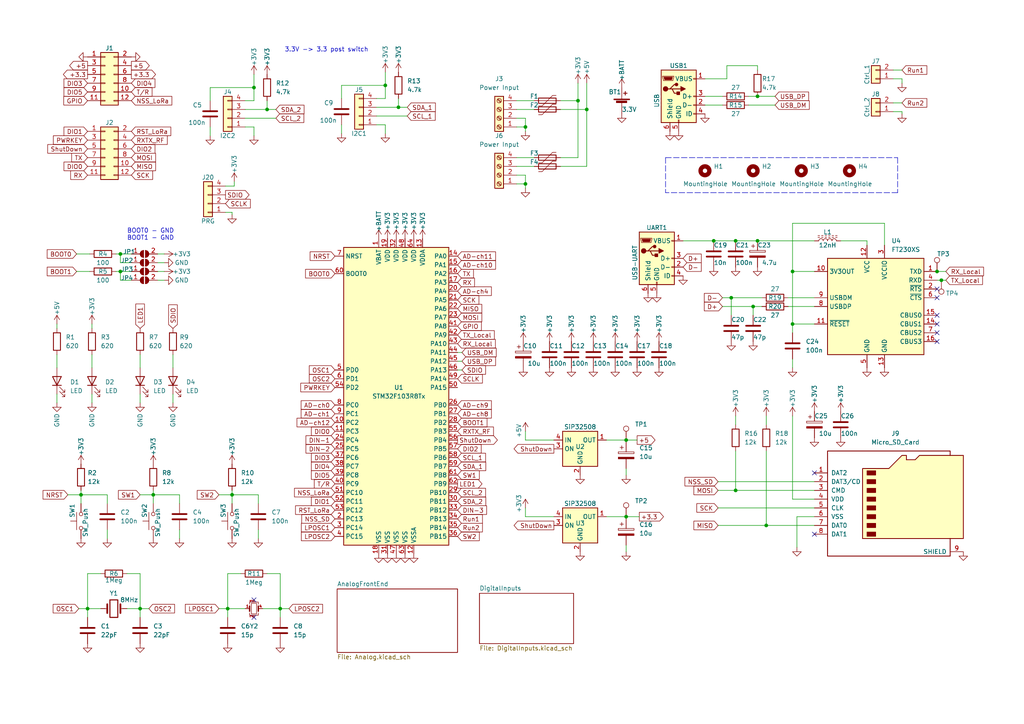
<source format=kicad_sch>
(kicad_sch (version 20211123) (generator eeschema)
  (paper "A4")
  (title_block (title "Main Board AtoN") (date "2022-02-16") (rev "1.0") (company "UBB") (comment 1 "Author: Krzysztof Herman"))
  (junction (at 170.18 31.75))
  (junction (at 229.87 78.74))
  (junction (at 219.71 27.94))
  (junction (at 25.4 176.53))
  (junction (at 44.45 143.51))
  (junction (at 73.66 25.4))
  (junction (at 222.25 152.4))
  (junction (at 229.87 93.98))
  (junction (at 111.76 24.765))
  (junction (at 40.64 176.53))
  (junction (at 81.28 176.53))
  (junction (at 66.04 176.53))
  (junction (at 23.495 143.51))
  (junction (at 181.61 149.86))
  (junction (at 77.47 31.75))
  (junction (at 219.71 69.85))
  (junction (at 167.64 29.21))
  (junction (at 152.4 36.83))
  (junction (at 67.31 143.51))
  (junction (at 34.925 78.74))
  (junction (at 212.09 86.36))
  (junction (at 207.01 69.85))
  (junction (at 181.61 127.635))
  (junction (at 273.0384 81.28))
  (junction (at 218.44 88.9))
  (junction (at 213.36 142.24))
  (junction (at 34.925 73.66))
  (junction (at 152.4 53.34))
  (junction (at 271.78 78.74))
  (junction (at 213.36 69.85))
  (junction (at 115.57 31.115))
  (no_connect (at 73.66 173.99))
  (no_connect (at 73.66 179.07))
  (no_connect (at 271.78 91.44))
  (no_connect (at 271.78 93.98))
  (no_connect (at 271.78 96.52))
  (no_connect (at 271.78 99.06))
  (no_connect (at 271.78 86.36))
  (no_connect (at 271.78 83.82))
  (no_connect (at 236.22 154.94))
  (no_connect (at 236.22 137.16))
  (wire (pts (xy 149.86 36.83) (xy 152.4 36.83)))
  (wire (pts (xy 19.685 143.51) (xy 23.495 143.51)))
  (wire (pts (xy 236.22 149.86) (xy 231.14 149.86)))
  (wire (pts (xy 181.61 149.86) (xy 185.42 149.86)))
  (wire (pts (xy 181.61 149.86) (xy 181.61 150.495)))
  (wire (pts (xy 36.83 176.53) (xy 40.64 176.53)))
  (wire (pts (xy 71.12 36.83) (xy 73.66 36.83)))
  (wire (pts (xy 31.115 146.05) (xy 31.115 143.51)))
  (wire (pts (xy 222.25 130.81) (xy 222.25 152.4)))
  (wire (pts (xy 40.64 176.53) (xy 40.64 179.07)))
  (wire (pts (xy 77.47 29.21) (xy 77.47 31.75)))
  (wire (pts (xy 162.56 48.26) (xy 170.18 48.26)))
  (wire (pts (xy 40.64 114.3) (xy 40.64 116.84)))
  (wire (pts (xy 261.62 32.385) (xy 261.62 33.02)))
  (wire (pts (xy 152.4 149.86) (xy 160.655 149.86)))
  (wire (pts (xy 45.72 78.74) (xy 47.625 78.74)))
  (wire (pts (xy 181.61 127.635) (xy 184.785 127.635)))
  (wire (pts (xy 132.715 102.235) (xy 133.985 102.235)))
  (wire (pts (xy 67.31 143.51) (xy 74.93 143.51)))
  (wire (pts (xy 170.18 31.75) (xy 170.18 24.13)))
  (wire (pts (xy 218.44 88.9) (xy 220.98 88.9)))
  (wire (pts (xy 34.925 73.66) (xy 34.925 76.2)))
  (wire (pts (xy 236.22 144.78) (xy 229.87 144.78)))
  (wire (pts (xy 74.93 153.67) (xy 74.93 156.21)))
  (wire (pts (xy 149.86 34.29) (xy 152.4 34.29)))
  (wire (pts (xy 99.06 24.765) (xy 99.06 28.575)))
  (wire (pts (xy 29.21 166.37) (xy 25.4 166.37)))
  (wire (pts (xy 81.28 166.37) (xy 81.28 176.53)))
  (wire (pts (xy 109.22 36.195) (xy 111.76 36.195)))
  (wire (pts (xy 175.895 127.635) (xy 181.61 127.635)))
  (wire (pts (xy 69.85 166.37) (xy 66.04 166.37)))
  (wire (pts (xy 65.405 53.975) (xy 67.945 53.975)))
  (wire (pts (xy 213.36 120.65) (xy 213.36 123.19)))
  (wire (pts (xy 152.4 53.34) (xy 152.4 54.61)))
  (wire (pts (xy 67.31 143.51) (xy 67.31 146.05)))
  (wire (pts (xy 228.6 88.9) (xy 236.22 88.9)))
  (wire (pts (xy 170.18 48.26) (xy 170.18 31.75)))
  (wire (pts (xy 217.17 27.94) (xy 219.71 27.94)))
  (wire (pts (xy 45.72 81.28) (xy 47.625 81.28)))
  (wire (pts (xy 60.96 25.4) (xy 60.96 29.21)))
  (wire (pts (xy 111.76 36.195) (xy 111.76 38.735)))
  (wire (pts (xy 50.165 114.3) (xy 50.165 116.84)))
  (wire (pts (xy 73.66 25.4) (xy 73.66 29.21)))
  (wire (pts (xy 109.22 28.575) (xy 111.76 28.575)))
  (wire (pts (xy 67.31 142.24) (xy 67.31 143.51)))
  (wire (pts (xy 44.45 143.51) (xy 52.07 143.51)))
  (wire (pts (xy 16.51 114.3) (xy 16.51 116.84)))
  (wire (pts (xy 229.87 64.77) (xy 229.87 78.74)))
  (wire (pts (xy 207.01 69.85) (xy 213.36 69.85)))
  (wire (pts (xy 152.4 34.29) (xy 152.4 36.83)))
  (polyline (pts (xy 260.35 55.88) (xy 193.04 55.88)))
  (wire (pts (xy 222.25 152.4) (xy 236.22 152.4)))
  (wire (pts (xy 73.66 21.59) (xy 73.66 25.4)))
  (wire (pts (xy 209.55 88.9) (xy 218.44 88.9)))
  (wire (pts (xy 167.64 29.21) (xy 167.64 24.13)))
  (wire (pts (xy 213.36 130.81) (xy 213.36 142.24)))
  (wire (pts (xy 44.45 142.24) (xy 44.45 143.51)))
  (wire (pts (xy 34.925 78.74) (xy 38.1 78.74)))
  (wire (pts (xy 26.67 114.3) (xy 26.67 116.84)))
  (wire (pts (xy 63.5 143.51) (xy 67.31 143.51)))
  (wire (pts (xy 50.165 102.87) (xy 50.165 106.68)))
  (wire (pts (xy 109.22 31.115) (xy 115.57 31.115)))
  (wire (pts (xy 16.51 93.98) (xy 16.51 95.25)))
  (wire (pts (xy 76.2 176.53) (xy 81.28 176.53)))
  (wire (pts (xy 40.64 166.37) (xy 40.64 176.53)))
  (wire (pts (xy 228.6 86.36) (xy 236.22 86.36)))
  (wire (pts (xy 181.61 158.115) (xy 181.61 160.02)))
  (wire (pts (xy 259.08 20.32) (xy 261.62 20.32)))
  (wire (pts (xy 219.71 69.85) (xy 236.22 69.85)))
  (wire (pts (xy 256.54 71.12) (xy 256.54 64.77)))
  (wire (pts (xy 52.07 146.05) (xy 52.07 143.51)))
  (wire (pts (xy 256.54 64.77) (xy 229.87 64.77)))
  (wire (pts (xy 204.47 22.86) (xy 210.82 22.86)))
  (wire (pts (xy 210.82 19.05) (xy 219.71 19.05)))
  (wire (pts (xy 77.47 31.75) (xy 80.01 31.75)))
  (wire (pts (xy 181.61 127.635) (xy 181.61 128.27)))
  (wire (pts (xy 149.86 48.26) (xy 154.94 48.26)))
  (wire (pts (xy 115.57 28.575) (xy 115.57 31.115)))
  (wire (pts (xy 26.67 102.87) (xy 26.67 106.68)))
  (wire (pts (xy 212.09 86.36) (xy 220.98 86.36)))
  (wire (pts (xy 204.47 27.94) (xy 209.55 27.94)))
  (wire (pts (xy 77.47 166.37) (xy 81.28 166.37)))
  (wire (pts (xy 22.86 176.53) (xy 25.4 176.53)))
  (wire (pts (xy 152.4 50.8) (xy 152.4 53.34)))
  (wire (pts (xy 261.62 22.86) (xy 261.62 24.13)))
  (wire (pts (xy 251.46 69.85) (xy 251.46 71.12)))
  (wire (pts (xy 217.17 30.48) (xy 224.79 30.48)))
  (wire (pts (xy 149.86 31.75) (xy 154.94 31.75)))
  (wire (pts (xy 31.115 153.67) (xy 31.115 156.21)))
  (wire (pts (xy 243.84 69.85) (xy 251.46 69.85)))
  (wire (pts (xy 132.715 107.315) (xy 133.985 107.315)))
  (wire (pts (xy 23.495 143.51) (xy 31.115 143.51)))
  (wire (pts (xy 34.925 76.2) (xy 38.1 76.2)))
  (wire (pts (xy 208.28 152.4) (xy 222.25 152.4)))
  (wire (pts (xy 33.655 73.66) (xy 34.925 73.66)))
  (wire (pts (xy 219.71 27.94) (xy 224.79 27.94)))
  (wire (pts (xy 67.31 61.595) (xy 67.31 62.23)))
  (wire (pts (xy 273.0384 81.28) (xy 271.78 81.28)))
  (wire (pts (xy 229.87 78.74) (xy 229.87 93.98)))
  (wire (pts (xy 26.67 93.98) (xy 26.67 95.25)))
  (wire (pts (xy 66.04 166.37) (xy 66.04 176.53)))
  (wire (pts (xy 34.925 78.74) (xy 34.925 81.28)))
  (wire (pts (xy 40.64 176.53) (xy 43.18 176.53)))
  (wire (pts (xy 212.09 91.44) (xy 212.09 86.36)))
  (wire (pts (xy 204.47 30.48) (xy 209.55 30.48)))
  (wire (pts (xy 71.12 34.29) (xy 80.01 34.29)))
  (wire (pts (xy 23.495 142.24) (xy 23.495 143.51)))
  (wire (pts (xy 81.28 176.53) (xy 81.28 179.07)))
  (wire (pts (xy 210.82 22.86) (xy 210.82 19.05)))
  (wire (pts (xy 25.4 166.37) (xy 25.4 176.53)))
  (wire (pts (xy 22.225 73.66) (xy 26.035 73.66)))
  (wire (pts (xy 40.64 102.87) (xy 40.64 106.68)))
  (wire (pts (xy 219.71 19.05) (xy 219.71 20.32)))
  (wire (pts (xy 34.925 73.66) (xy 38.1 73.66)))
  (wire (pts (xy 81.28 176.53) (xy 83.82 176.53)))
  (wire (pts (xy 22.225 78.74) (xy 26.035 78.74)))
  (wire (pts (xy 44.45 143.51) (xy 44.45 146.05)))
  (wire (pts (xy 111.76 20.955) (xy 111.76 24.765)))
  (wire (pts (xy 152.4 125.095) (xy 152.4 127.635)))
  (wire (pts (xy 152.4 147.32) (xy 152.4 149.86)))
  (wire (pts (xy 213.36 69.85) (xy 219.71 69.85)))
  (wire (pts (xy 71.12 176.53) (xy 66.04 176.53)))
  (wire (pts (xy 162.56 31.75) (xy 170.18 31.75)))
  (wire (pts (xy 229.87 104.14) (xy 229.87 106.68)))
  (wire (pts (xy 71.12 31.75) (xy 77.47 31.75)))
  (wire (pts (xy 115.57 31.115) (xy 118.11 31.115)))
  (polyline (pts (xy 260.35 45.72) (xy 260.35 55.88)))
  (wire (pts (xy 167.64 45.72) (xy 167.64 29.21)))
  (wire (pts (xy 60.96 39.37) (xy 60.96 36.83)))
  (wire (pts (xy 149.86 53.34) (xy 152.4 53.34)))
  (wire (pts (xy 231.14 149.86) (xy 231.14 158.75)))
  (polyline (pts (xy 193.04 45.72) (xy 260.35 45.72)))
  (polyline (pts (xy 193.04 45.72) (xy 193.04 55.88)))
  (wire (pts (xy 229.87 93.98) (xy 236.22 93.98)))
  (wire (pts (xy 208.28 139.7) (xy 236.22 139.7)))
  (wire (pts (xy 259.08 29.845) (xy 261.62 29.845)))
  (wire (pts (xy 149.86 50.8) (xy 152.4 50.8)))
  (wire (pts (xy 208.28 147.32) (xy 236.22 147.32)))
  (wire (pts (xy 73.66 36.83) (xy 73.66 39.37)))
  (wire (pts (xy 218.44 88.9) (xy 218.44 91.44)))
  (wire (pts (xy 99.06 38.735) (xy 99.06 36.195)))
  (wire (pts (xy 74.93 146.05) (xy 74.93 143.51)))
  (wire (pts (xy 149.86 29.21) (xy 154.94 29.21)))
  (wire (pts (xy 198.12 69.85) (xy 207.01 69.85)))
  (wire (pts (xy 222.25 120.65) (xy 222.25 123.19)))
  (wire (pts (xy 25.4 176.53) (xy 25.4 179.07)))
  (wire (pts (xy 16.51 102.87) (xy 16.51 106.68)))
  (wire (pts (xy 181.61 135.89) (xy 181.61 137.795)))
  (wire (pts (xy 149.86 45.72) (xy 154.94 45.72)))
  (wire (pts (xy 162.56 45.72) (xy 167.64 45.72)))
  (wire (pts (xy 274.32 78.74) (xy 271.78 78.74)))
  (wire (pts (xy 229.87 144.78) (xy 229.87 120.65)))
  (wire (pts (xy 162.56 29.21) (xy 167.64 29.21)))
  (wire (pts (xy 66.04 176.53) (xy 66.04 179.07)))
  (wire (pts (xy 209.55 86.36) (xy 212.09 86.36)))
  (wire (pts (xy 109.22 33.655) (xy 118.11 33.655)))
  (wire (pts (xy 45.72 73.66) (xy 47.625 73.66)))
  (wire (pts (xy 236.22 78.74) (xy 229.87 78.74)))
  (wire (pts (xy 23.495 143.51) (xy 23.495 146.05)))
  (wire (pts (xy 34.925 81.28) (xy 38.1 81.28)))
  (wire (pts (xy 67.945 53.975) (xy 67.945 52.705)))
  (wire (pts (xy 65.405 61.595) (xy 67.31 61.595)))
  (wire (pts (xy 259.08 32.385) (xy 261.62 32.385)))
  (wire (pts (xy 71.12 29.21) (xy 73.66 29.21)))
  (wire (pts (xy 33.655 78.74) (xy 34.925 78.74)))
  (wire (pts (xy 152.4 127.635) (xy 160.655 127.635)))
  (wire (pts (xy 229.87 93.98) (xy 229.87 96.52)))
  (wire (pts (xy 213.36 142.24) (xy 236.22 142.24)))
  (wire (pts (xy 99.06 24.765) (xy 111.76 24.765)))
  (wire (pts (xy 60.96 25.4) (xy 73.66 25.4)))
  (wire (pts (xy 111.76 24.765) (xy 111.76 28.575)))
  (wire (pts (xy 208.28 142.24) (xy 213.36 142.24)))
  (wire (pts (xy 175.895 149.86) (xy 181.61 149.86)))
  (wire (pts (xy 52.07 153.67) (xy 52.07 156.21)))
  (wire (pts (xy 45.72 76.2) (xy 47.625 76.2)))
  (wire (pts (xy 152.4 36.83) (xy 152.4 38.1)))
  (wire (pts (xy 36.83 166.37) (xy 40.64 166.37)))
  (wire (pts (xy 63.5 176.53) (xy 66.04 176.53)))
  (wire (pts (xy 259.08 22.86) (xy 261.62 22.86)))
  (wire (pts (xy 132.715 104.775) (xy 133.985 104.775)))
  (wire (pts (xy 40.64 143.51) (xy 44.45 143.51)))
  (wire (pts (xy 274.32 81.28) (xy 273.0384 81.28)))
  (wire (pts (xy 25.4 176.53) (xy 29.21 176.53)))
  (text "BOOT0 - GND\nBOOT1 - GND" (at 36.83 69.85 0) (effects (font (size 1.27 1.27)) (justify left bottom)))
  (text "3.3V -> 3.3 post switch" (at 82.55 15.24 0) (effects (font (size 1.27 1.27)) (justify left bottom)))
  (global_label "DIO5" (shape input) (at 97.155 137.795 180) (property "Intersheet References" "${INTERSHEET_REFS}" (effects hide)))
  (global_label "NSS_SD" (shape input) (at 97.155 150.495 180) (property "Intersheet References" "${INTERSHEET_REFS}" (effects hide)))
  (global_label "RX_Local" (shape input) (at 274.32 78.74 0) (property "Intersheet References" "${INTERSHEET_REFS}" (effects hide)))
  (global_label "RXTX_RF" (shape input) (at 38.1 40.64 0) (property "Intersheet References" "${INTERSHEET_REFS}" (effects hide)))
  (global_label "DIO1" (shape input) (at 97.155 145.415 180) (property "Intersheet References" "${INTERSHEET_REFS}" (effects hide)))
  (global_label "OSC2" (shape input) (at 43.18 176.53 0) (property "Intersheet References" "${INTERSHEET_REFS}" (effects hide)))
  (global_label "DIO4" (shape input) (at 97.155 135.255 180) (property "Intersheet References" "${INTERSHEET_REFS}" (effects hide)))
  (global_label "SCL_1" (shape input) (at 132.715 132.715 0) (property "Intersheet References" "${INTERSHEET_REFS}" (effects hide)))
  (global_label "LPOSC1" (shape input) (at 63.5 176.53 180) (property "Intersheet References" "${INTERSHEET_REFS}" (effects hide)))
  (global_label "Run1" (shape input) (at 132.715 150.495 0) (property "Intersheet References" "${INTERSHEET_REFS}" (effects hide)))
  (global_label "ShutDown" (shape output) (at 132.715 127.635 0) (property "Intersheet References" "${INTERSHEET_REFS}" (effects hide)))
  (global_label "NSS_LoRa" (shape input) (at 38.1 29.21 0) (property "Intersheet References" "${INTERSHEET_REFS}" (effects hide)))
  (global_label "DIO1" (shape input) (at 25.4 38.1 180) (property "Intersheet References" "${INTERSHEET_REFS}" (effects hide)))
  (global_label "SCK" (shape input) (at 38.1 50.8 0) (property "Intersheet References" "${INTERSHEET_REFS}" (effects hide)))
  (global_label "RX" (shape input) (at 132.715 81.915 0) (property "Intersheet References" "${INTERSHEET_REFS}" (effects hide)))
  (global_label "BOOT0" (shape input) (at 22.225 73.66 180) (property "Intersheet References" "${INTERSHEET_REFS}" (effects hide)))
  (global_label "AD-ch11" (shape input) (at 132.715 74.295 0) (property "Intersheet References" "${INTERSHEET_REFS}" (effects hide)))
  (global_label "LPOSC2" (shape input) (at 83.82 176.53 0) (property "Intersheet References" "${INTERSHEET_REFS}" (effects hide)))
  (global_label "USB_DP" (shape input) (at 133.985 104.775 0) (property "Intersheet References" "${INTERSHEET_REFS}" (effects hide)))
  (global_label "NRST" (shape input) (at 97.155 74.295 180) (property "Intersheet References" "${INTERSHEET_REFS}" (effects hide)))
  (global_label "BOOT1" (shape input) (at 132.715 122.555 0) (property "Intersheet References" "${INTERSHEET_REFS}" (effects hide)))
  (global_label "Run2" (shape input) (at 132.715 153.035 0) (property "Intersheet References" "${INTERSHEET_REFS}" (effects hide)))
  (global_label "+5" (shape output) (at 184.785 127.635 0) (property "Intersheet References" "${INTERSHEET_REFS}" (effects hide)))
  (global_label "SDIO" (shape input) (at 133.985 107.315 0) (property "Intersheet References" "${INTERSHEET_REFS}" (effects hide)))
  (global_label "Run2" (shape input) (at 261.62 29.845 0) (property "Intersheet References" "${INTERSHEET_REFS}" (effects hide)))
  (global_label "BOOT1" (shape input) (at 22.225 78.74 180) (property "Intersheet References" "${INTERSHEET_REFS}" (effects hide)))
  (global_label "NSS_SD" (shape input) (at 208.28 139.7 180) (property "Intersheet References" "${INTERSHEET_REFS}" (effects hide)))
  (global_label "SCK" (shape input) (at 208.28 147.32 180) (property "Intersheet References" "${INTERSHEET_REFS}" (effects hide)))
  (global_label "SCLK" (shape input) (at 65.405 59.055 0) (property "Intersheet References" "${INTERSHEET_REFS}" (effects hide)))
  (global_label "SDA_2" (shape input) (at 80.01 31.75 0) (property "Intersheet References" "${INTERSHEET_REFS}" (effects hide)))
  (global_label "DIO2" (shape input) (at 38.1 43.18 0) (property "Intersheet References" "${INTERSHEET_REFS}" (effects hide)))
  (global_label "USB_DP" (shape input) (at 224.79 27.94 0) (property "Intersheet References" "${INTERSHEET_REFS}" (effects hide)))
  (global_label "D-" (shape input) (at 209.55 86.36 180) (property "Intersheet References" "${INTERSHEET_REFS}" (effects hide)))
  (global_label "D+" (shape input) (at 198.12 74.93 0) (property "Intersheet References" "${INTERSHEET_REFS}" (effects hide)))
  (global_label "USB_DM" (shape input) (at 224.79 30.48 0) (property "Intersheet References" "${INTERSHEET_REFS}" (effects hide)))
  (global_label "AD-ch8" (shape input) (at 132.715 120.015 0) (property "Intersheet References" "${INTERSHEET_REFS}" (effects hide)))
  (global_label "DIO2" (shape input) (at 132.715 130.175 0) (property "Intersheet References" "${INTERSHEET_REFS}" (effects hide)))
  (global_label "AD-ch0" (shape input) (at 97.155 117.475 180) (property "Intersheet References" "${INTERSHEET_REFS}" (effects hide)))
  (global_label "PWRKEY" (shape input) (at 97.155 112.395 180) (property "Intersheet References" "${INTERSHEET_REFS}" (effects hide)))
  (global_label "LPOSC1" (shape input) (at 97.155 153.035 180) (property "Intersheet References" "${INTERSHEET_REFS}" (effects hide)))
  (global_label "LPOSC2" (shape input) (at 97.155 155.575 180) (property "Intersheet References" "${INTERSHEET_REFS}" (effects hide)))
  (global_label "DIO3" (shape input) (at 97.155 132.715 180) (property "Intersheet References" "${INTERSHEET_REFS}" (effects hide)))
  (global_label "DIN-1" (shape input) (at 97.155 127.635 180) (property "Intersheet References" "${INTERSHEET_REFS}" (effects hide)))
  (global_label "SCK" (shape input) (at 132.715 86.995 0) (property "Intersheet References" "${INTERSHEET_REFS}" (effects hide)))
  (global_label "MISO" (shape input) (at 132.715 89.535 0) (property "Intersheet References" "${INTERSHEET_REFS}" (effects hide)))
  (global_label "BOOT0" (shape input) (at 97.155 79.375 180) (property "Intersheet References" "${INTERSHEET_REFS}" (effects hide)))
  (global_label "AD-ch9" (shape input) (at 132.715 117.475 0) (property "Intersheet References" "${INTERSHEET_REFS}" (effects hide)))
  (global_label "NSS_LoRa" (shape input) (at 97.155 142.875 180) (property "Intersheet References" "${INTERSHEET_REFS}" (effects hide)))
  (global_label "DIO3" (shape input) (at 25.4 24.13 180) (property "Intersheet References" "${INTERSHEET_REFS}" (effects hide)))
  (global_label "MOSI" (shape input) (at 208.28 142.24 180) (property "Intersheet References" "${INTERSHEET_REFS}" (effects hide)))
  (global_label "RST_LoRa" (shape input) (at 97.155 147.955 180) (property "Intersheet References" "${INTERSHEET_REFS}" (effects hide)))
  (global_label "OSC1" (shape input) (at 22.86 176.53 180) (property "Intersheet References" "${INTERSHEET_REFS}" (effects hide)))
  (global_label "AD-ch1" (shape input) (at 97.155 120.015 180) (property "Intersheet References" "${INTERSHEET_REFS}" (effects hide)))
  (global_label "SCL_1" (shape input) (at 118.11 33.655 0) (property "Intersheet References" "${INTERSHEET_REFS}" (effects hide)))
  (global_label "DIO5" (shape input) (at 25.4 26.67 180) (property "Intersheet References" "${INTERSHEET_REFS}" (effects hide)))
  (global_label "T{slash}R" (shape input) (at 38.1 26.67 0) (property "Intersheet References" "${INTERSHEET_REFS}" (effects hide)))
  (global_label "+5" (shape output) (at 38.1 19.05 0) (property "Intersheet References" "${INTERSHEET_REFS}" (effects hide)))
  (global_label "D+" (shape input) (at 209.55 88.9 180) (property "Intersheet References" "${INTERSHEET_REFS}" (effects hide)))
  (global_label "DIN-2" (shape input) (at 97.155 130.175 180) (property "Intersheet References" "${INTERSHEET_REFS}" (effects hide)))
  (global_label "MOSI" (shape input) (at 132.715 92.075 0) (property "Intersheet References" "${INTERSHEET_REFS}" (effects hide)))
  (global_label "LED1" (shape input) (at 40.64 95.25 90) (property "Intersheet References" "${INTERSHEET_REFS}" (effects hide)))
  (global_label "SW1" (shape input) (at 132.715 137.795 0) (property "Intersheet References" "${INTERSHEET_REFS}" (effects hide)))
  (global_label "T{slash}R" (shape input) (at 97.155 140.335 180) (property "Intersheet References" "${INTERSHEET_REFS}" (effects hide)))
  (global_label "+5" (shape output) (at 25.4 19.05 180) (property "Intersheet References" "${INTERSHEET_REFS}" (effects hide)))
  (global_label "GPIO" (shape input) (at 132.715 94.615 0) (property "Intersheet References" "${INTERSHEET_REFS}" (effects hide)))
  (global_label "TX" (shape input) (at 132.715 79.375 0) (property "Intersheet References" "${INTERSHEET_REFS}" (effects hide)))
  (global_label "DIO0" (shape input) (at 97.155 125.095 180) (property "Intersheet References" "${INTERSHEET_REFS}" (effects hide)))
  (global_label "SCL_2" (shape input) (at 132.715 142.875 0) (property "Intersheet References" "${INTERSHEET_REFS}" (effects hide)))
  (global_label "SCLK" (shape input) (at 132.715 109.855 0) (property "Intersheet References" "${INTERSHEET_REFS}" (effects hide)))
  (global_label "AD-ch4" (shape input) (at 132.715 84.455 0) (property "Intersheet References" "${INTERSHEET_REFS}" (effects hide)))
  (global_label "SDA_2" (shape input) (at 132.715 145.415 0) (property "Intersheet References" "${INTERSHEET_REFS}" (effects hide)))
  (global_label "SW1" (shape input) (at 40.64 143.51 180) (property "Intersheet References" "${INTERSHEET_REFS}" (effects hide)))
  (global_label "PWRKEY" (shape input) (at 25.4 40.64 180) (property "Intersheet References" "${INTERSHEET_REFS}" (effects hide)))
  (global_label "SCL_2" (shape input) (at 80.01 34.29 0) (property "Intersheet References" "${INTERSHEET_REFS}" (effects hide)))
  (global_label "+3.3" (shape output) (at 185.42 149.86 0) (property "Intersheet References" "${INTERSHEET_REFS}" (effects hide)))
  (global_label "RXTX_RF" (shape input) (at 132.715 125.095 0) (property "Intersheet References" "${INTERSHEET_REFS}" (effects hide)))
  (global_label "+3.3" (shape output) (at 25.4 21.59 180) (property "Intersheet References" "${INTERSHEET_REFS}" (effects hide)))
  (global_label "GPIO" (shape input) (at 25.4 29.21 180) (property "Intersheet References" "${INTERSHEET_REFS}" (effects hide)))
  (global_label "SDIO" (shape output) (at 65.405 56.515 0) (property "Intersheet References" "${INTERSHEET_REFS}" (effects hide)))
  (global_label "SW2" (shape input) (at 63.5 143.51 180) (property "Intersheet References" "${INTERSHEET_REFS}" (effects hide)))
  (global_label "TX_Local" (shape input) (at 132.715 97.155 0) (property "Intersheet References" "${INTERSHEET_REFS}" (effects hide)))
  (global_label "MISO" (shape input) (at 38.1 48.26 0) (property "Intersheet References" "${INTERSHEET_REFS}" (effects hide)))
  (global_label "Run1" (shape input) (at 261.62 20.32 0) (property "Intersheet References" "${INTERSHEET_REFS}" (effects hide)))
  (global_label "SDA_1" (shape input) (at 132.715 135.255 0) (property "Intersheet References" "${INTERSHEET_REFS}" (effects hide)))
  (global_label "+3.3" (shape output) (at 38.1 21.59 0) (property "Intersheet References" "${INTERSHEET_REFS}" (effects hide)))
  (global_label "OSC2" (shape input) (at 97.155 109.855 180) (property "Intersheet References" "${INTERSHEET_REFS}" (effects hide)))
  (global_label "DIN-3" (shape input) (at 132.715 147.955 0) (property "Intersheet References" "${INTERSHEET_REFS}" (effects hide)))
  (global_label "SDA_1" (shape input) (at 118.11 31.115 0) (property "Intersheet References" "${INTERSHEET_REFS}" (effects hide)))
  (global_label "OSC1" (shape input) (at 97.155 107.315 180) (property "Intersheet References" "${INTERSHEET_REFS}" (effects hide)))
  (global_label "AD-ch10" (shape input) (at 132.715 76.835 0) (property "Intersheet References" "${INTERSHEET_REFS}" (effects hide)))
  (global_label "RX_Local" (shape input) (at 132.715 99.695 0) (property "Intersheet References" "${INTERSHEET_REFS}" (effects hide)))
  (global_label "SW2" (shape input) (at 132.715 155.575 0) (property "Intersheet References" "${INTERSHEET_REFS}" (effects hide)))
  (global_label "DIO4" (shape input) (at 38.1 24.13 0) (property "Intersheet References" "${INTERSHEET_REFS}" (effects hide)))
  (global_label "ShutDown" (shape input) (at 25.4 43.18 180) (property "Intersheet References" "${INTERSHEET_REFS}" (effects hide)))
  (global_label "RST_LoRa" (shape input) (at 38.1 38.1 0) (property "Intersheet References" "${INTERSHEET_REFS}" (effects hide)))
  (global_label "NRST" (shape input) (at 19.685 143.51 180) (property "Intersheet References" "${INTERSHEET_REFS}" (effects hide)))
  (global_label "RX" (shape input) (at 25.4 50.8 180) (property "Intersheet References" "${INTERSHEET_REFS}" (effects hide)))
  (global_label "USB_DM" (shape input) (at 133.985 102.235 0) (property "Intersheet References" "${INTERSHEET_REFS}" (effects hide)))
  (global_label "SDIO" (shape input) (at 50.165 95.25 90) (property "Intersheet References" "${INTERSHEET_REFS}" (effects hide)))
  (global_label "ShutDown" (shape output) (at 160.655 130.175 180) (property "Intersheet References" "${INTERSHEET_REFS}" (effects hide)))
  (global_label "ShutDown" (shape output) (at 160.655 152.4 180) (property "Intersheet References" "${INTERSHEET_REFS}" (effects hide)))
  (global_label "DIO0" (shape input) (at 25.4 48.26 180) (property "Intersheet References" "${INTERSHEET_REFS}" (effects hide)))
  (global_label "AD-ch12" (shape input) (at 97.155 122.555 180) (property "Intersheet References" "${INTERSHEET_REFS}" (effects hide)))
  (global_label "MISO" (shape input) (at 208.28 152.4 180) (property "Intersheet References" "${INTERSHEET_REFS}" (effects hide)))
  (global_label "MOSI" (shape input) (at 38.1 45.72 0) (property "Intersheet References" "${INTERSHEET_REFS}" (effects hide)))
  (global_label "LED1" (shape output) (at 132.715 140.335 0) (property "Intersheet References" "${INTERSHEET_REFS}" (effects hide)))
  (global_label "D-" (shape input) (at 198.12 77.47 0) (property "Intersheet References" "${INTERSHEET_REFS}" (effects hide)))
  (global_label "TX" (shape input) (at 25.4 45.72 180) (property "Intersheet References" "${INTERSHEET_REFS}" (effects hide)))
  (global_label "TX_Local" (shape input) (at 274.32 81.28 0) (property "Intersheet References" "${INTERSHEET_REFS}" (effects hide)))
  (symbol (lib_id "power:GND") (at 47.625 81.28 90) (unit 1)
    (property "Reference" "#PWR018" (effects hide))
    (property "Value" "GND" (at 52.705 81.28 90))
  )
  (symbol (lib_id "power:+3.3V") (at 120.015 69.215 0) (unit 1)
    (property "Reference" "#PWR042" (effects hide))
    (property "Value" "+3.3V" (at 120.015 64.135 90))
  )
  (symbol (lib_id "power:GND") (at 261.62 24.13 0) (unit 1)
    (property "Reference" "#PWR092" (effects hide))
    (property "Value" "GND" (effects hide))
  )
  (symbol (lib_id "power:+3.3V") (at 26.67 93.98 0) (unit 1)
    (property "Reference" "#PWR07" (effects hide))
    (property "Value" "+3.3V" (at 26.67 88.9 90))
  )
  (symbol (lib_id "Device:LED") (at 50.165 110.49 90) (unit 1)
    (property "Reference" "D4" (at 53.975 110.8074 90) (effects (justify right)))
    (property "Value" "LED" (at 53.975 113.3474 90) (effects (justify right)))
    (property "Footprint" "LED_SMD:LED_0805_2012Metric" (effects hide))
  )
  (symbol (lib_id "power:GND") (at 40.64 116.84 0) (unit 1)
    (property "Reference" "#PWR011" (effects hide))
    (property "Value" "GND" (at 40.64 121.92 90))
  )
  (symbol (lib_id "Device:C_Polarized") (at 219.71 73.66 0) (unit 1)
    (property "Reference" "C23" (at 219.71 71.12 0) (effects (justify left)))
    (property "Value" "4.7u" (at 220.98 76.2 0) (effects (justify left)))
    (property "Footprint" "Capacitor_SMD:CP_Elec_4x3" (effects hide))
  )
  (symbol (lib_id "power:+3.3V") (at 178.435 99.06 0) (unit 1)
    (property "Reference" "#PWR060" (effects hide))
    (property "Value" "+3.3V" (at 178.435 93.98 90))
  )
  (symbol (lib_id "Device:C") (at 74.93 149.86 0) (unit 1)
    (property "Reference" "C7" (at 78.74 148.5899 0) (effects (justify left)))
    (property "Value" "100n" (at 78.74 151.1299 0) (effects (justify left)))
    (property "Footprint" "Capacitor_SMD:C_0402_1005Metric" (effects hide))
  )
  (symbol (lib_id "power:GND") (at 60.96 39.37 0) (unit 1)
    (property "Reference" "#PWR021" (effects hide))
    (property "Value" "GND" (effects hide))
  )
  (symbol (lib_id "power:GND") (at 38.1 16.51 90) (unit 1)
    (property "Reference" "#PWR010" (effects hide))
    (property "Value" "GND" (effects hide))
  )
  (symbol (lib_id "power:+3.3V") (at 222.25 120.65 0) (unit 1)
    (property "Reference" "#PWR082" (effects hide))
    (property "Value" "+3.3V" (at 222.25 115.57 90))
  )
  (symbol (lib_id "Device:R") (at 29.845 78.74 90) (unit 1)
    (property "Reference" "R5" (at 29.845 78.74 90))
    (property "Value" "100" (at 29.845 81.28 90))
    (property "Footprint" "Resistor_SMD:R_0402_1005Metric" (effects hide))
  )
  (symbol (lib_id "power:GND") (at 114.935 160.655 0) (unit 1)
    (property "Reference" "#PWR038" (effects hide))
    (property "Value" "GND" (effects hide))
  )
  (symbol (lib_id "power:GND") (at 198.12 80.01 0) (unit 1)
    (property "Reference" "#PWR074" (effects hide))
    (property "Value" "GND" (effects hide))
  )
  (symbol (lib_id "power:+3.3V") (at 167.64 24.13 0) (unit 1)
    (property "Reference" "#PWR055" (effects hide))
    (property "Value" "+3.3V" (at 167.64 19.05 90))
  )
  (symbol (lib_id "power:GND") (at 151.765 106.68 0) (unit 1)
    (property "Reference" "#PWR047" (effects hide))
    (property "Value" "GND" (effects hide))
  )
  (symbol (lib_id "power:GND") (at 159.385 106.68 0) (unit 1)
    (property "Reference" "#PWR051" (effects hide))
    (property "Value" "GND" (effects hide))
  )
  (symbol (lib_id "Device:C") (at 218.44 95.25 0) (unit 1)
    (property "Reference" "C22" (at 218.44 92.71 0) (effects (justify left)))
    (property "Value" "47p" (at 218.44 97.79 0) (effects (justify left)))
    (property "Footprint" "Capacitor_SMD:C_0402_1005Metric" (effects hide))
  )
  (symbol (lib_id "Device:R") (at 224.79 86.36 90) (unit 1)
    (property "Reference" "R19" (at 224.79 86.36 90))
    (property "Value" "27" (at 224.79 83.82 90))
    (property "Footprint" "Resistor_SMD:R_0402_1005Metric" (effects hide))
  )
  (symbol (lib_id "power:+BATT") (at 180.34 25.4 0) (unit 1)
    (property "Reference" "#PWR062" (effects hide))
    (property "Value" "+BATT" (at 180.34 20.32 90))
  )
  (symbol (lib_id "power:+3.3V") (at 73.66 21.59 0) (unit 1)
    (property "Reference" "#PWR025" (effects hide))
    (property "Value" "+3.3V" (at 73.66 16.51 90))
  )
  (symbol (lib_id "power:GND") (at 67.31 62.23 0) (unit 1)
    (property "Reference" "#PWR0192" (effects hide))
    (property "Value" "GND" (effects hide))
  )
  (symbol (lib_id "power:+5V") (at 152.4 125.095 0) (unit 1)
    (property "Reference" "#PWR048" (effects hide))
    (property "Value" "+5V" (at 150.495 127 90) (effects (justify left)))
  )
  (symbol (lib_id "power:+3.3V") (at 243.84 119.38 0) (unit 1)
    (property "Reference" "#PWR088" (effects hide))
    (property "Value" "+3.3V" (at 243.84 114.3 90))
  )
  (symbol (lib_id "Connector:TestPoint") (at 181.61 127.635 0) (unit 1)
    (property "Reference" "TP1" (at 184.15 123.0629 0) (effects (justify left)))
    (property "Value" "TestPoint" (effects hide))
    (property "Footprint" "TestPoint:TestPoint_Pad_D1.0mm" (effects hide))
  )
  (symbol (lib_id "power:GND") (at 23.495 156.21 0) (unit 1)
    (property "Reference" "#PWR04" (effects hide))
    (property "Value" "GND" (effects hide))
  )
  (symbol (lib_id "power:+5V") (at 16.51 93.98 0) (unit 1)
    (property "Reference" "#PWR01" (effects hide))
    (property "Value" "+5V" (at 16.51 91.44 90) (effects (justify left)))
  )
  (symbol (lib_id "power:GND") (at 152.4 54.61 0) (unit 1)
    (property "Reference" "#PWR052" (effects hide))
    (property "Value" "GND" (effects hide))
  )
  (symbol (lib_id "power:GND") (at 66.04 186.69 0) (unit 1)
    (property "Reference" "#PWR022" (effects hide))
    (property "Value" "GND" (effects hide))
  )
  (symbol (lib_id "MCU_ST_STM32F1:STM32F103R8Tx") (at 114.935 114.935 0) (unit 1)
    (property "Reference" "U1" (at 114.3 112.395 0) (effects (justify left)))
    (property "Value" "STM32F103R8Tx" (at 107.95 114.935 0) (effects (justify left)))
    (property "Footprint" "Package_QFP:LQFP-64_10x10mm_P0.5mm" (effects hide))
    (property "Datasheet" "http://www.st.com/st-web-ui/static/active/en/resource/technical/document/datasheet/CD00161566.pdf" (effects hide))
  )
  (symbol (lib_id "power:GND") (at 180.34 33.02 0) (unit 1)
    (property "Reference" "#PWR063" (effects hide))
    (property "Value" "GND" (effects hide))
  )
  (symbol (lib_id "Device:C") (at 60.96 33.02 0) (unit 1)
    (property "Reference" "C5" (at 55.88 30.48 0) (effects (justify left)))
    (property "Value" "100n" (at 54.61 35.56 0) (effects (justify left)))
    (property "Footprint" "Capacitor_SMD:C_0402_1005Metric" (effects hide))
  )
  (symbol (lib_id "Device:C") (at 191.135 102.87 0) (unit 1)
    (property "Reference" "C18" (at 191.135 100.33 0) (effects (justify left)))
    (property "Value" "100n" (at 191.135 105.41 0) (effects (justify left)))
    (property "Footprint" "Capacitor_SMD:C_0402_1005Metric" (effects hide))
  )
  (symbol (lib_id "power:GND") (at 165.735 106.68 0) (unit 1)
    (property "Reference" "#PWR054" (effects hide))
    (property "Value" "GND" (effects hide))
  )
  (symbol (lib_id "power:GND") (at 196.85 38.1 0) (unit 1)
    (property "Reference" "#PWR073" (effects hide))
    (property "Value" "GND" (effects hide))
  )
  (symbol (lib_id "power:GND") (at 168.275 137.795 0) (unit 1)
    (property "Reference" "#PWR056" (effects hide))
    (property "Value" "GND" (effects hide))
  )
  (symbol (lib_id "power:GND") (at 111.76 38.735 0) (unit 1)
    (property "Reference" "#PWR034" (effects hide))
    (property "Value" "GND" (effects hide))
  )
  (symbol (lib_id "power:GND") (at 178.435 106.68 0) (unit 1)
    (property "Reference" "#PWR061" (effects hide))
    (property "Value" "GND" (effects hide))
  )
  (symbol (lib_id "Device:C") (at 52.07 149.86 0) (unit 1)
    (property "Reference" "C4" (at 55.88 148.5899 0) (effects (justify left)))
    (property "Value" "100n" (at 55.88 151.1299 0) (effects (justify left)))
    (property "Footprint" "Capacitor_SMD:C_0402_1005Metric" (effects hide))
  )
  (symbol (lib_id "Connector_Generic:Conn_02x06_Odd_Even") (at 30.48 43.18 0) (unit 1)
    (property "Reference" "J2" (at 31.75 35.56 0))
    (property "Value" "Conn_02x06_Odd_Even" (effects hide))
    (property "Footprint" "Connector_Molex:Molex_Picoflex_90814-0012_2x06_P1.27mm_Vertical" (effects hide))
  )
  (symbol (lib_id "power:GND") (at 44.45 156.21 0) (unit 1)
    (property "Reference" "#PWR014" (effects hide))
    (property "Value" "GND" (effects hide))
  )
  (symbol (lib_id "Jumper:SolderJumper_2_Open") (at 41.91 81.28 0) (unit 1)
    (property "Reference" "JP4" (at 36.83 80.645 0))
    (property "Value" "SolderJumper_2_Open" (effects hide))
    (property "Footprint" "Jumper:SolderJumper-2_P1.3mm_Open_Pad1.0x1.5mm" (effects hide))
  )
  (symbol (lib_id "Device:Crystal_GND23_Small") (at 73.66 176.53 0) (unit 1)
    (property "Reference" "Y2" (at 73.66 181.61 0))
    (property "Value" "Crystal_GND23_Small" (effects hide))
    (property "Footprint" "Crystal:Crystal_SMD_SeikoEpson_MC306-4Pin_8.0x3.2mm" (effects hide))
  )
  (symbol (lib_id "Device:R") (at 73.66 166.37 90) (unit 1)
    (property "Reference" "R11" (at 73.66 166.37 90))
    (property "Value" "1Meg" (at 73.66 168.91 90))
    (property "Footprint" "Resistor_SMD:R_0402_1005Metric" (effects hide))
  )
  (symbol (lib_id "Device:R") (at 16.51 99.06 0) (unit 1)
    (property "Reference" "R1" (at 19.05 97.7899 0) (effects (justify left)))
    (property "Value" "620" (at 19.05 100.3299 0) (effects (justify left)))
    (property "Footprint" "Resistor_SMD:R_0402_1005Metric" (effects hide))
  )
  (symbol (lib_id "power:GND") (at 181.61 160.02 0) (unit 1)
    (property "Reference" "#PWR065" (effects hide))
    (property "Value" "GND" (effects hide))
  )
  (symbol (lib_id "power:+5V") (at 170.18 24.13 0) (unit 1)
    (property "Reference" "#PWR0129" (effects hide))
    (property "Value" "+5V" (at 170.18 21.59 90) (effects (justify left)))
  )
  (symbol (lib_id "Device:R") (at 77.47 25.4 0) (unit 1)
    (property "Reference" "R12" (at 80.01 24.1299 0) (effects (justify left)))
    (property "Value" "4.7k" (at 80.01 26.6699 0) (effects (justify left)))
    (property "Footprint" "Resistor_SMD:R_0402_1005Metric" (effects hide))
  )
  (symbol (lib_id "power:GND") (at 194.31 38.1 0) (unit 1)
    (property "Reference" "#PWR072" (effects hide))
    (property "Value" "GND" (effects hide))
  )
  (symbol (lib_id "power:GND") (at 229.87 106.68 0) (unit 1)
    (property "Reference" "#PWR083" (effects hide))
    (property "Value" "GND" (effects hide))
  )
  (symbol (lib_id "Connector_Generic:Conn_02x06_Odd_Even") (at 30.48 21.59 0) (unit 1)
    (property "Reference" "J1" (at 31.75 13.97 0))
    (property "Value" "Conn_02x06_Odd_Even" (effects hide))
    (property "Footprint" "Connector_Molex:Molex_Picoflex_90814-0012_2x06_P1.27mm_Vertical" (effects hide))
  )
  (symbol (lib_id "Device:LED") (at 26.67 110.49 90) (unit 1)
    (property "Reference" "D2" (at 30.48 110.8074 90) (effects (justify right)))
    (property "Value" "LED" (at 30.48 113.3474 90) (effects (justify right)))
    (property "Footprint" "Diode_SMD:D_0805_2012Metric" (effects hide))
  )
  (symbol (lib_id "Device:C_Polarized") (at 151.765 102.87 0) (unit 1)
    (property "Reference" "C10" (at 151.765 100.33 0) (effects (justify left)))
    (property "Value" "10u" (at 153.035 105.41 0) (effects (justify left)))
    (property "Footprint" "Capacitor_SMD:CP_Elec_6.3x4.5" (effects hide))
  )
  (symbol (lib_id "power:GND") (at 168.275 160.02 0) (unit 1)
    (property "Reference" "#PWR057" (effects hide))
    (property "Value" "GND" (effects hide))
  )
  (symbol (lib_id "Device:R") (at 40.64 99.06 0) (unit 1)
    (property "Reference" "R7" (at 43.18 97.7899 0) (effects (justify left)))
    (property "Value" "620" (at 43.18 100.3299 0) (effects (justify left)))
    (property "Footprint" "Resistor_SMD:R_0402_1005Metric" (effects hide))
  )
  (symbol (lib_id "Device:C") (at 243.84 123.19 0) (unit 1)
    (property "Reference" "C26" (at 243.84 120.65 0) (effects (justify left)))
    (property "Value" "100n" (at 243.84 125.73 0) (effects (justify left)))
    (property "Footprint" "Capacitor_SMD:C_0402_1005Metric" (effects hide))
  )
  (symbol (lib_id "power:GND") (at 26.67 116.84 0) (unit 1)
    (property "Reference" "#PWR08" (effects hide))
    (property "Value" "GND" (at 26.67 121.92 90))
  )
  (symbol (lib_id "Device:Battery_Cell") (at 180.34 30.48 0) (unit 1)
    (property "Reference" "BT1" (at 176.53 26.67 0) (effects (justify left)))
    (property "Value" "3.3V" (at 180.34 31.75 0) (effects (justify left)))
    (property "Footprint" "Battery:BatteryHolder_Keystone_103_1x20mm" (effects hide))
  )
  (symbol (lib_id "Mechanical:MountingHole") (at 218.44 49.53 0) (unit 1)
    (property "Reference" "H2" (at 220.98 48.2599 0) (effects (justify left)))
    (property "Value" "MountingHole" (at 212.09 53.34 0) (effects (justify left)))
    (property "Footprint" "MountingHole:MountingHole_2.5mm" (effects hide))
  )
  (symbol (lib_id "Device:R") (at 26.67 99.06 0) (unit 1)
    (property "Reference" "R3" (at 29.21 97.7899 0) (effects (justify left)))
    (property "Value" "620" (at 29.21 100.3299 0) (effects (justify left)))
    (property "Footprint" "Resistor_SMD:R_0402_1005Metric" (effects hide))
  )
  (symbol (lib_id "Device:C") (at 165.735 102.87 0) (unit 1)
    (property "Reference" "C12" (at 165.735 100.33 0) (effects (justify left)))
    (property "Value" "100n" (at 165.735 105.41 0) (effects (justify left)))
    (property "Footprint" "Capacitor_SMD:C_0402_1005Metric" (effects hide))
  )
  (symbol (lib_id "Connector:Micro_SD_Card") (at 259.08 144.78 0) (unit 1)
    (property "Reference" "J9" (at 259.715 125.73 0))
    (property "Value" "Micro_SD_Card" (at 259.715 128.27 0))
    (property "Footprint" "Connector_Card:microSD_HC_Wuerth_693072010801" (effects hide))
    (property "Datasheet" "http://katalog.we-online.de/em/datasheet/693072010801.pdf" (effects hide))
  )
  (symbol (lib_id "power:+3.3V") (at 213.36 120.65 0) (unit 1)
    (property "Reference" "#PWR079" (effects hide))
    (property "Value" "+3.3V" (at 213.36 115.57 90))
  )
  (symbol (lib_id "power:GND") (at 99.06 38.735 0) (unit 1)
    (property "Reference" "#PWR030" (effects hide))
    (property "Value" "GND" (effects hide))
  )
  (symbol (lib_id "Jumper:SolderJumper_2_Open") (at 41.91 78.74 0) (unit 1)
    (property "Reference" "JP3" (at 36.83 78.105 0))
    (property "Value" "SolderJumper_2_Open" (effects hide))
    (property "Footprint" "Jumper:SolderJumper-2_P1.3mm_Open_Pad1.0x1.5mm" (effects hide))
  )
  (symbol (lib_id "Device:C_Polarized") (at 181.61 132.08 0) (unit 1)
    (property "Reference" "C15" (at 185.42 129.9209 0) (effects (justify left)))
    (property "Value" "10u" (at 185.42 132.4609 0) (effects (justify left)))
    (property "Footprint" "Capacitor_SMD:CP_Elec_6.3x4.5" (effects hide))
  )
  (symbol (lib_id "power:GND") (at 117.475 160.655 0) (unit 1)
    (property "Reference" "#PWR041" (effects hide))
    (property "Value" "GND" (effects hide))
  )
  (symbol (lib_id "power:GND") (at 279.4 160.02 0) (unit 1)
    (property "Reference" "#PWR094" (effects hide))
    (property "Value" "GND" (effects hide))
  )
  (symbol (lib_id "Power_Management:SiP32431DR3") (at 168.275 130.175 0) (unit 1)
    (property "Reference" "U2" (at 168.275 129.54 0))
    (property "Value" "SiP32508" (at 168.275 123.825 0))
    (property "Footprint" "Package_TO_SOT_SMD:SOT-23-6" (effects hide))
    (property "Datasheet" "http://www.vishay.com.hk/docs/66597/sip32431.pdf" (effects hide))
  )
  (symbol (lib_id "power:+3.3V") (at 184.785 99.06 0) (unit 1)
    (property "Reference" "#PWR066" (effects hide))
    (property "Value" "+3.3V" (at 184.785 93.98 90))
  )
  (symbol (lib_id "power:GND") (at 212.09 99.06 0) (unit 1)
    (property "Reference" "#PWR077" (effects hide))
    (property "Value" "GND" (effects hide))
  )
  (symbol (lib_id "power:+3.3V") (at 44.45 134.62 0) (unit 1)
    (property "Reference" "#PWR013" (effects hide))
    (property "Value" "+3.3V" (at 44.45 129.54 90))
  )
  (symbol (lib_id "power:GND") (at 261.62 33.02 0) (unit 1)
    (property "Reference" "#PWR093" (effects hide))
    (property "Value" "GND" (effects hide))
  )
  (symbol (lib_id "power:+3.3V") (at 47.625 78.74 270) (unit 1)
    (property "Reference" "#PWR017" (effects hide))
    (property "Value" "+3.3V" (at 52.705 78.74 90))
  )
  (symbol (lib_id "Device:C") (at 25.4 182.88 0) (unit 1)
    (property "Reference" "C1" (at 29.21 181.6099 0) (effects (justify left)))
    (property "Value" "22pF" (at 29.21 184.1499 0) (effects (justify left)))
    (property "Footprint" "Capacitor_SMD:C_0402_1005Metric" (effects hide))
  )
  (symbol (lib_id "power:+3.3V") (at 47.625 73.66 270) (unit 1)
    (property "Reference" "#PWR015" (effects hide))
    (property "Value" "+3.3V" (at 52.705 73.66 90))
  )
  (symbol (lib_id "Device:C") (at 172.085 102.87 0) (unit 1)
    (property "Reference" "C13" (at 172.085 100.33 0) (effects (justify left)))
    (property "Value" "100n" (at 172.085 105.41 0) (effects (justify left)))
    (property "Footprint" "Capacitor_SMD:C_0402_1005Metric" (effects hide))
  )
  (symbol (lib_id "power:+3.3V") (at 159.385 99.06 0) (unit 1)
    (property "Reference" "#PWR050" (effects hide))
    (property "Value" "+3.3V" (at 159.385 93.98 90))
  )
  (symbol (lib_id "Device:C") (at 40.64 182.88 0) (unit 1)
    (property "Reference" "C3" (at 44.45 181.6099 0) (effects (justify left)))
    (property "Value" "22pF" (at 44.45 184.1499 0) (effects (justify left)))
    (property "Footprint" "Capacitor_SMD:C_0402_1005Metric" (effects hide))
  )
  (symbol (lib_id "power:GND") (at 40.64 186.69 0) (unit 1)
    (property "Reference" "#PWR012" (effects hide))
    (property "Value" "GND" (effects hide))
  )
  (symbol (lib_id "Connector_Generic:Conn_01x04") (at 66.04 34.29 180) (unit 1)
    (property "Reference" "J4" (at 66.04 26.67 0))
    (property "Value" "I2C2" (at 66.04 39.37 0))
    (property "Footprint" "Connector_PinHeader_2.54mm:PinHeader_1x04_P2.54mm_Vertical" (effects hide))
  )
  (symbol (lib_id "power:GND") (at 50.165 116.84 0) (unit 1)
    (property "Reference" "#PWR019" (effects hide))
    (property "Value" "GND" (at 50.165 121.92 90))
  )
  (symbol (lib_id "Connector:USB_B_Micro") (at 190.5 74.93 0) (unit 1)
    (property "Reference" "UART1" (at 190.5 66.04 0))
    (property "Value" "USB-UART" (at 184.15 76.2 90))
    (property "Footprint" "Connector_USB:USB_Micro-AB_Molex_47590-0001" (effects hide))
  )
  (symbol (lib_id "power:GND") (at 67.31 156.21 0) (unit 1)
    (property "Reference" "#PWR024" (effects hide))
    (property "Value" "GND" (effects hide))
  )
  (symbol (lib_id "power:GND") (at 236.22 127 0) (unit 1)
    (property "Reference" "#PWR087" (effects hide))
    (property "Value" "GND" (effects hide))
  )
  (symbol (lib_id "Connector:Screw_Terminal_01x04") (at 144.78 50.8 180) (unit 1)
    (property "Reference" "J6" (at 144.78 39.37 0))
    (property "Value" "Power Input" (at 144.78 41.91 0))
    (property "Footprint" "TerminalBlock_4Ucon:TerminalBlock_4Ucon_1x04_P3.50mm_Horizontal" (effects hide))
  )
  (symbol (lib_id "Device:R") (at 222.25 127 0) (unit 1)
    (property "Reference" "R18" (at 224.79 125.7299 0) (effects (justify left)))
    (property "Value" "12k" (at 224.79 128.2699 0) (effects (justify left)))
    (property "Footprint" "Resistor_SMD:R_0402_1005Metric" (effects hide))
  )
  (symbol (lib_id "Device:Polyfuse") (at 158.75 29.21 90) (unit 1)
    (property "Reference" "F1" (at 154.94 27.94 90))
    (property "Value" "Polyfuse" (effects hide))
    (property "Footprint" "Fuse:Fuse_1812_4532Metric_Pad1.30x3.40mm_HandSolder" (effects hide))
  )
  (symbol (lib_id "power:GND") (at 172.085 106.68 0) (unit 1)
    (property "Reference" "#PWR059" (effects hide))
    (property "Value" "GND" (effects hide))
  )
  (symbol (lib_id "power:+3.3V") (at 114.935 69.215 0) (unit 1)
    (property "Reference" "#PWR037" (effects hide))
    (property "Value" "+3.3V" (at 114.935 64.135 90))
  )
  (symbol (lib_id "Device:R") (at 33.02 166.37 90) (unit 1)
    (property "Reference" "R6" (at 33.02 166.37 90))
    (property "Value" "1Meg" (at 33.02 168.275 90))
    (property "Footprint" "Resistor_SMD:R_0402_1005Metric" (effects hide))
  )
  (symbol (lib_id "Switch:SW_Push") (at 67.31 151.13 90) (unit 1)
    (property "Reference" "SW3" (at 64.77 146.05 0) (effects (justify right)))
    (property "Value" "SW_Push" (at 68.58 147.32 0) (effects (justify right)))
    (property "Footprint" "Button_Switch_SMD:SW_DIP_SPSTx01_Slide_6.7x4.1mm_W8.61mm_P2.54mm_LowProfile" (effects hide))
  )
  (symbol (lib_id "Connector:TestPoint") (at 273.0384 81.28 180) (unit 1)
    (property "Reference" "TP4" (at 274.32 85.09 0) (effects (justify right)))
    (property "Value" "TestPoint" (effects hide))
    (property "Footprint" "TestPoint:TestPoint_Pad_D1.0mm" (effects hide))
  )
  (symbol (lib_id "Connector:TestPoint") (at 271.78 78.74 0) (unit 1)
    (property "Reference" "TP3" (at 271.78 73.66 0) (effects (justify left)))
    (property "Value" "TestPoint" (effects hide))
    (property "Footprint" "TestPoint:TestPoint_Pad_D1.0mm" (effects hide))
  )
  (symbol (lib_id "Device:L_Ferrite") (at 240.03 69.85 90) (unit 1)
    (property "Reference" "L1" (at 240.03 67.31 90))
    (property "Value" "12nH" (at 240.03 71.12 90))
    (property "Footprint" "Resistor_SMD:R_0402_1005Metric" (effects hide))
  )
  (symbol (lib_id "power:+3.3V") (at 122.555 69.215 0) (unit 1)
    (property "Reference" "#PWR044" (effects hide))
    (property "Value" "+3.3V" (at 122.555 64.135 90))
  )
  (symbol (lib_id "Device:C") (at 99.06 32.385 0) (unit 1)
    (property "Reference" "C9" (at 93.98 29.845 0) (effects (justify left)))
    (property "Value" "100n" (at 92.71 34.925 0) (effects (justify left)))
    (property "Footprint" "Capacitor_SMD:C_0402_1005Metric" (effects hide))
  )
  (symbol (lib_id "Device:Polyfuse") (at 158.75 31.75 90) (unit 1)
    (property "Reference" "F2" (at 154.94 30.48 90))
    (property "Value" "Polyfuse" (effects hide))
    (property "Footprint" "Fuse:Fuse_1812_4532Metric_Pad1.30x3.40mm_HandSolder" (effects hide))
  )
  (symbol (lib_id "Device:C") (at 31.115 149.86 0) (unit 1)
    (property "Reference" "C2" (at 34.925 148.5899 0) (effects (justify left)))
    (property "Value" "100n" (at 34.925 151.1299 0) (effects (justify left)))
    (property "Footprint" "Capacitor_SMD:C_0402_1005Metric" (effects hide))
  )
  (symbol (lib_id "power:GND") (at 207.01 77.47 0) (unit 1)
    (property "Reference" "#PWR076" (effects hide))
    (property "Value" "GND" (effects hide))
  )
  (symbol (lib_id "Power_Management:SiP32431DR3") (at 168.275 152.4 0) (unit 1)
    (property "Reference" "U3" (at 168.275 151.765 0))
    (property "Value" "SiP32508" (at 168.275 146.05 0))
    (property "Footprint" "Package_TO_SOT_SMD:SOT-23-6" (effects hide))
    (property "Datasheet" "http://www.vishay.com.hk/docs/66597/sip32431.pdf" (effects hide))
  )
  (symbol (lib_id "Device:C_Polarized") (at 181.61 154.305 0) (unit 1)
    (property "Reference" "C16" (at 185.42 152.1459 0) (effects (justify left)))
    (property "Value" "10u" (at 185.42 154.6859 0) (effects (justify left)))
    (property "Footprint" "Capacitor_SMD:CP_Elec_6.3x4.5" (effects hide))
  )
  (symbol (lib_id "Device:R") (at 213.36 27.94 90) (unit 1)
    (property "Reference" "R14" (at 213.36 27.94 90))
    (property "Value" "27" (at 213.36 25.4 90))
    (property "Footprint" "Resistor_SMD:R_0402_1005Metric" (effects hide))
  )
  (symbol (lib_id "power:GND") (at 25.4 16.51 270) (unit 1)
    (property "Reference" "#PWR05" (effects hide))
    (property "Value" "GND" (effects hide))
  )
  (symbol (lib_id "power:GND") (at 16.51 116.84 0) (unit 1)
    (property "Reference" "#PWR02" (effects hide))
    (property "Value" "GND" (at 16.51 121.92 90))
  )
  (symbol (lib_id "Device:R") (at 219.71 24.13 0) (unit 1)
    (property "Reference" "R17" (at 220.98 22.86 0) (effects (justify left)))
    (property "Value" "4.7k" (at 220.98 25.4 0) (effects (justify left)))
    (property "Footprint" "Resistor_SMD:R_0402_1005Metric" (effects hide))
  )
  (symbol (lib_id "power:GND") (at 112.395 160.655 0) (unit 1)
    (property "Reference" "#PWR036" (effects hide))
    (property "Value" "GND" (effects hide))
  )
  (symbol (lib_id "power:GND") (at 52.07 156.21 0) (unit 1)
    (property "Reference" "#PWR020" (effects hide))
    (property "Value" "GND" (effects hide))
  )
  (symbol (lib_id "Jumper:SolderJumper_2_Open") (at 41.91 76.2 0) (unit 1)
    (property "Reference" "JP2" (at 36.83 75.565 0))
    (property "Value" "SolderJumper_2_Open" (effects hide))
    (property "Footprint" "Jumper:SolderJumper-2_P1.3mm_Open_Pad1.0x1.5mm" (effects hide))
  )
  (symbol (lib_id "Mechanical:MountingHole") (at 232.41 49.53 0) (unit 1)
    (property "Reference" "H3" (at 234.95 48.2599 0) (effects (justify left)))
    (property "Value" "MountingHole" (at 226.06 53.34 0) (effects (justify left)))
    (property "Footprint" "MountingHole:MountingHole_2.5mm" (effects hide))
  )
  (symbol (lib_id "Device:R") (at 224.79 88.9 90) (unit 1)
    (property "Reference" "R20" (at 224.79 88.9 90))
    (property "Value" "27" (at 224.79 91.44 90))
    (property "Footprint" "Resistor_SMD:R_0402_1005Metric" (effects hide))
  )
  (symbol (lib_id "Switch:SW_Push") (at 23.495 151.13 90) (unit 1)
    (property "Reference" "SW1" (at 20.955 146.05 0) (effects (justify right)))
    (property "Value" "SW_Push" (at 24.765 147.32 0) (effects (justify right)))
    (property "Footprint" "Button_Switch_SMD:SW_DIP_SPSTx01_Slide_6.7x4.1mm_W8.61mm_P2.54mm_LowProfile" (effects hide))
  )
  (symbol (lib_id "power:GND") (at 243.84 127 0) (unit 1)
    (property "Reference" "#PWR089" (effects hide))
    (property "Value" "GND" (effects hide))
  )
  (symbol (lib_id "Connector:TestPoint") (at 181.61 149.86 0) (unit 1)
    (property "Reference" "TP2" (at 184.15 145.2879 0) (effects (justify left)))
    (property "Value" "TestPoint" (effects hide))
    (property "Footprint" "TestPoint:TestPoint_Pad_D1.0mm" (effects hide))
  )
  (symbol (lib_id "Device:C") (at 178.435 102.87 0) (unit 1)
    (property "Reference" "C14" (at 178.435 100.33 0) (effects (justify left)))
    (property "Value" "100n" (at 178.435 105.41 0) (effects (justify left)))
    (property "Footprint" "Capacitor_SMD:C_0402_1005Metric" (effects hide))
  )
  (symbol (lib_id "Interface_USB:FT230XS") (at 254 88.9 0) (unit 1)
    (property "Reference" "U4" (at 258.5594 69.85 0) (effects (justify left)))
    (property "Value" "FT230XS" (at 258.5594 72.39 0) (effects (justify left)))
    (property "Footprint" "Package_SO:SSOP-16_3.9x4.9mm_P0.635mm" (effects hide))
    (property "Datasheet" "https://www.ftdichip.com/Support/Documents/DataSheets/ICs/DS_FT230X.pdf" (effects hide))
  )
  (symbol (lib_id "power:GND") (at 204.47 33.02 0) (unit 1)
    (property "Reference" "#PWR075" (effects hide))
    (property "Value" "GND" (effects hide))
  )
  (symbol (lib_id "Device:R") (at 213.36 127 0) (unit 1)
    (property "Reference" "R16" (at 215.9 125.7299 0) (effects (justify left)))
    (property "Value" "12k" (at 215.9 128.2699 0) (effects (justify left)))
    (property "Footprint" "Resistor_SMD:R_0402_1005Metric" (effects hide))
  )
  (symbol (lib_id "Connector_Generic:Conn_01x04") (at 60.325 59.055 180) (unit 1)
    (property "Reference" "J20" (at 60.325 51.435 0))
    (property "Value" "PRG" (at 60.325 64.135 0))
    (property "Footprint" "Connector_PinHeader_2.54mm:PinHeader_1x04_P2.54mm_Vertical" (effects hide))
  )
  (symbol (lib_id "Mechanical:MountingHole") (at 204.47 49.53 0) (unit 1)
    (property "Reference" "H1" (at 207.01 48.2599 0) (effects (justify left)))
    (property "Value" "MountingHole" (at 198.12 53.34 0) (effects (justify left)))
    (property "Footprint" "MountingHole:MountingHole_2.5mm" (effects hide))
  )
  (symbol (lib_id "Switch:SW_Push") (at 44.45 151.13 90) (unit 1)
    (property "Reference" "SW2" (at 41.91 146.05 0) (effects (justify right)))
    (property "Value" "SW_Push" (at 45.72 147.32 0) (effects (justify right)))
    (property "Footprint" "Button_Switch_SMD:SW_DIP_SPSTx01_Slide_6.7x4.1mm_W8.61mm_P2.54mm_LowProfile" (effects hide))
  )
  (symbol (lib_id "Connector_Generic:Conn_01x04") (at 104.14 33.655 180) (unit 1)
    (property "Reference" "J5" (at 104.14 26.035 0))
    (property "Value" "I2C1" (at 104.14 38.735 0))
    (property "Footprint" "Connector_PinHeader_2.54mm:PinHeader_1x04_P2.54mm_Vertical" (effects hide))
  )
  (symbol (lib_id "Device:C") (at 184.785 102.87 0) (unit 1)
    (property "Reference" "C17" (at 184.785 100.33 0) (effects (justify left)))
    (property "Value" "100n" (at 184.785 105.41 0) (effects (justify left)))
    (property "Footprint" "Capacitor_SMD:C_0402_1005Metric" (effects hide))
  )
  (symbol (lib_id "Connector:USB_B_Micro") (at 196.85 27.94 0) (unit 1)
    (property "Reference" "USB1" (at 196.85 19.05 0))
    (property "Value" "USB" (at 190.5 29.21 90))
    (property "Footprint" "Connector_USB:USB_Micro-AB_Molex_47590-0001" (effects hide))
  )
  (symbol (lib_id "power:GND") (at 73.66 39.37 0) (unit 1)
    (property "Reference" "#PWR026" (effects hide))
    (property "Value" "GND" (effects hide))
  )
  (symbol (lib_id "power:GND") (at 251.46 106.68 0) (unit 1)
    (property "Reference" "#PWR090" (effects hide))
    (property "Value" "GND" (effects hide))
  )
  (symbol (lib_id "Device:Crystal") (at 33.02 176.53 0) (unit 1)
    (property "Reference" "Y1" (at 33.02 172.085 0))
    (property "Value" "8MHz" (at 37.465 173.99 0))
    (property "Footprint" "Crystal:Crystal_HC18-U_Vertical" (effects hide))
  )
  (symbol (lib_id "power:GND") (at 218.44 99.06 0) (unit 1)
    (property "Reference" "#PWR080" (effects hide))
    (property "Value" "GND" (effects hide))
  )
  (symbol (lib_id "power:+3.3V") (at 67.945 52.705 0) (unit 1)
    (property "Reference" "#PWR0193" (effects hide))
    (property "Value" "+3.3V" (at 67.945 47.625 90))
  )
  (symbol (lib_id "Connector_Generic:Conn_01x02") (at 254 22.86 180) (unit 1)
    (property "Reference" "J7" (at 254 17.78 0))
    (property "Value" "Ctrl_1" (at 251.46 21.59 90))
    (property "Footprint" "Connector_PinHeader_2.54mm:PinHeader_1x02_P2.54mm_Vertical" (effects hide))
  )
  (symbol (lib_id "Device:R") (at 67.31 138.43 0) (unit 1)
    (property "Reference" "R10" (at 69.85 137.1599 0) (effects (justify left)))
    (property "Value" "12k" (at 69.85 139.6999 0) (effects (justify left)))
    (property "Footprint" "Resistor_SMD:R_0402_1005Metric" (effects hide))
  )
  (symbol (lib_id "power:+BATT") (at 109.855 69.215 0) (unit 1)
    (property "Reference" "#PWR031" (effects hide))
    (property "Value" "+BATT" (at 109.855 64.135 90))
  )
  (symbol (lib_id "Device:Polyfuse") (at 158.75 45.72 90) (unit 1)
    (property "Reference" "F3" (at 154.94 44.45 90))
    (property "Value" "Polyfuse" (effects hide))
    (property "Footprint" "Fuse:Fuse_1812_4532Metric_Pad1.30x3.40mm_HandSolder" (effects hide))
  )
  (symbol (lib_id "power:+3.3V") (at 112.395 69.215 0) (unit 1)
    (property "Reference" "#PWR035" (effects hide))
    (property "Value" "+3.3V" (at 112.395 64.135 90))
  )
  (symbol (lib_id "Device:Polyfuse") (at 158.75 48.26 90) (unit 1)
    (property "Reference" "F4" (at 154.94 46.99 90))
    (property "Value" "Polyfuse" (effects hide))
    (property "Footprint" "Fuse:Fuse_1812_4532Metric_Pad1.30x3.40mm_HandSolder" (effects hide))
  )
  (symbol (lib_id "power:+3.3V") (at 236.22 119.38 0) (unit 1)
    (property "Reference" "#PWR086" (effects hide))
    (property "Value" "+3.3V" (at 236.22 114.3 90))
  )
  (symbol (lib_id "power:GND") (at 256.54 106.68 0) (unit 1)
    (property "Reference" "#PWR091" (effects hide))
    (property "Value" "GND" (effects hide))
  )
  (symbol (lib_id "power:GND") (at 219.71 77.47 0) (unit 1)
    (property "Reference" "#PWR081" (effects hide))
    (property "Value" "GND" (effects hide))
  )
  (symbol (lib_id "Device:R") (at 50.165 99.06 0) (unit 1)
    (property "Reference" "R9" (at 52.07 97.7899 0) (effects (justify left)))
    (property "Value" "620" (at 52.07 100.3299 0) (effects (justify left)))
    (property "Footprint" "Resistor_SMD:R_0402_1005Metric" (effects hide))
  )
  (symbol (lib_id "power:GND") (at 191.135 106.68 0) (unit 1)
    (property "Reference" "#PWR071" (effects hide))
    (property "Value" "GND" (effects hide))
  )
  (symbol (lib_id "power:+3.3V") (at 151.765 99.06 0) (unit 1)
    (property "Reference" "#PWR046" (effects hide))
    (property "Value" "+3.3V" (at 151.765 93.98 90))
  )
  (symbol (lib_id "Mechanical:MountingHole") (at 246.38 49.53 0) (unit 1)
    (property "Reference" "H4" (at 248.92 48.2599 0) (effects (justify left)))
    (property "Value" "MountingHole" (at 240.03 53.34 0) (effects (justify left)))
    (property "Footprint" "MountingHole:MountingHole_2.5mm" (effects hide))
  )
  (symbol (lib_id "Device:LED") (at 16.51 110.49 90) (unit 1)
    (property "Reference" "D1" (at 20.32 110.8074 90) (effects (justify right)))
    (property "Value" "LED" (at 20.32 113.3474 90) (effects (justify right)))
    (property "Footprint" "Diode_SMD:D_0805_2012Metric" (effects hide))
  )
  (symbol (lib_id "power:GND") (at 184.785 106.68 0) (unit 1)
    (property "Reference" "#PWR067" (effects hide))
    (property "Value" "GND" (effects hide))
  )
  (symbol (lib_id "Jumper:SolderJumper_2_Open") (at 41.91 73.66 0) (unit 1)
    (property "Reference" "JP1" (at 37.465 73.025 0))
    (property "Value" "SolderJumper_2_Open" (effects hide))
    (property "Footprint" "Jumper:SolderJumper-2_P1.3mm_Open_Pad1.0x1.5mm" (effects hide))
  )
  (symbol (lib_id "power:+3.3V") (at 165.735 99.06 0) (unit 1)
    (property "Reference" "#PWR053" (effects hide))
    (property "Value" "+3.3V" (at 165.735 93.98 90))
  )
  (symbol (lib_id "Device:R") (at 23.495 138.43 0) (unit 1)
    (property "Reference" "R2" (at 25.4 137.1599 0) (effects (justify left)))
    (property "Value" "12k" (at 25.4 139.6999 0) (effects (justify left)))
    (property "Footprint" "Resistor_SMD:R_0402_1005Metric" (effects hide))
  )
  (symbol (lib_id "Device:LED") (at 40.64 110.49 90) (unit 1)
    (property "Reference" "D3" (at 44.45 110.8074 90) (effects (justify right)))
    (property "Value" "LED" (at 44.45 113.3474 90) (effects (justify right)))
    (property "Footprint" "Diode_SMD:D_0805_2012Metric" (effects hide))
  )
  (symbol (lib_id "power:GND") (at 81.28 186.69 0) (unit 1)
    (property "Reference" "#PWR029" (effects hide))
    (property "Value" "GND" (effects hide))
  )
  (symbol (lib_id "power:GND") (at 25.4 186.69 0) (unit 1)
    (property "Reference" "#PWR06" (effects hide))
    (property "Value" "GND" (effects hide))
  )
  (symbol (lib_id "power:GND") (at 213.36 77.47 0) (unit 1)
    (property "Reference" "#PWR078" (effects hide))
    (property "Value" "GND" (effects hide))
  )
  (symbol (lib_id "power:+3.3V") (at 117.475 69.215 0) (unit 1)
    (property "Reference" "#PWR040" (effects hide))
    (property "Value" "+3.3V" (at 117.475 64.135 90))
  )
  (symbol (lib_id "Device:R") (at 29.845 73.66 90) (unit 1)
    (property "Reference" "R4" (at 29.845 73.66 90))
    (property "Value" "100" (at 29.845 76.2 90))
    (property "Footprint" "Resistor_SMD:R_0402_1005Metric" (effects hide))
  )
  (symbol (lib_id "Device:C") (at 207.01 73.66 0) (unit 1)
    (property "Reference" "C19" (at 207.01 71.12 0) (effects (justify left)))
    (property "Value" "10n" (at 207.01 76.2 0) (effects (justify left)))
    (property "Footprint" "Capacitor_SMD:C_0402_1005Metric" (effects hide))
  )
  (symbol (lib_id "power:+3.3V") (at 23.495 134.62 0) (unit 1)
    (property "Reference" "#PWR03" (effects hide))
    (property "Value" "+3.3V" (at 23.495 129.54 90))
  )
  (symbol (lib_id "power:GND") (at 190.5 85.09 0) (unit 1)
    (property "Reference" "#PWR069" (effects hide))
    (property "Value" "GND" (effects hide))
  )
  (symbol (lib_id "power:+3.3V") (at 77.47 21.59 0) (unit 1)
    (property "Reference" "#PWR028" (effects hide))
    (property "Value" "+3.3V" (at 77.47 16.51 90))
  )
  (symbol (lib_id "power:+3.3V") (at 111.76 20.955 0) (unit 1)
    (property "Reference" "#PWR033" (effects hide))
    (property "Value" "+3.3V" (at 111.76 15.875 90))
  )
  (symbol (lib_id "Device:C") (at 212.09 95.25 0) (unit 1)
    (property "Reference" "C20" (at 212.09 92.71 0) (effects (justify left)))
    (property "Value" "47p" (at 212.09 97.79 0) (effects (justify left)))
    (property "Footprint" "Capacitor_SMD:C_0402_1005Metric" (effects hide))
  )
  (symbol (lib_id "Device:R") (at 44.45 138.43 0) (unit 1)
    (property "Reference" "R8" (at 46.99 137.1599 0) (effects (justify left)))
    (property "Value" "12k" (at 46.99 139.6999 0) (effects (justify left)))
    (property "Footprint" "Resistor_SMD:R_0402_1005Metric" (effects hide))
  )
  (symbol (lib_id "power:+3.3V") (at 67.31 134.62 0) (unit 1)
    (property "Reference" "#PWR023" (effects hide))
    (property "Value" "+3.3V" (at 67.31 129.54 90))
  )
  (symbol (lib_id "power:+3.3V") (at 115.57 20.955 0) (unit 1)
    (property "Reference" "#PWR039" (effects hide))
    (property "Value" "+3.3V" (at 115.57 15.875 90))
  )
  (symbol (lib_id "power:+3.3V") (at 229.87 120.65 0) (unit 1)
    (property "Reference" "#PWR084" (effects hide))
    (property "Value" "+3.3V" (at 229.87 115.57 90))
  )
  (symbol (lib_id "power:+3.3V") (at 172.085 99.06 0) (unit 1)
    (property "Reference" "#PWR058" (effects hide))
    (property "Value" "+3.3V" (at 172.085 93.98 90))
  )
  (symbol (lib_id "Device:C_Polarized") (at 236.22 123.19 0) (unit 1)
    (property "Reference" "C25" (at 236.22 120.65 0) (effects (justify left)))
    (property "Value" "10u" (at 237.49 125.73 0) (effects (justify left)))
    (property "Footprint" "Capacitor_SMD:CP_Elec_6.3x4.5" (effects hide))
  )
  (symbol (lib_id "Device:C") (at 213.36 73.66 0) (unit 1)
    (property "Reference" "C21" (at 213.36 71.12 0) (effects (justify left)))
    (property "Value" "100n" (at 213.36 76.2 0) (effects (justify left)))
    (property "Footprint" "Capacitor_SMD:C_0402_1005Metric" (effects hide))
  )
  (symbol (lib_id "Device:R") (at 213.36 30.48 90) (unit 1)
    (property "Reference" "R15" (at 213.36 30.48 90))
    (property "Value" "27" (at 213.36 33.02 90))
    (property "Footprint" "Resistor_SMD:R_0402_1005Metric" (effects hide))
  )
  (symbol (lib_id "Device:C") (at 159.385 102.87 0) (unit 1)
    (property "Reference" "C11" (at 159.385 100.33 0) (effects (justify left)))
    (property "Value" "100n" (at 159.385 105.41 0) (effects (justify left)))
    (property "Footprint" "Capacitor_SMD:C_0402_1005Metric" (effects hide))
  )
  (symbol (lib_id "power:GND") (at 120.015 160.655 0) (unit 1)
    (property "Reference" "#PWR043" (effects hide))
    (property "Value" "GND" (effects hide))
  )
  (symbol (lib_id "Connector:Screw_Terminal_01x04") (at 144.78 34.29 180) (unit 1)
    (property "Reference" "J3" (at 144.78 22.86 0))
    (property "Value" "Power Input" (at 144.78 25.4 0))
    (property "Footprint" "TerminalBlock_4Ucon:TerminalBlock_4Ucon_1x04_P3.50mm_Horizontal" (effects hide))
  )
  (symbol (lib_id "power:GND") (at 74.93 156.21 0) (unit 1)
    (property "Reference" "#PWR027" (effects hide))
    (property "Value" "GND" (effects hide))
  )
  (symbol (lib_id "Device:C") (at 81.28 182.88 0) (unit 1)
    (property "Reference" "C8" (at 85.09 181.6099 0) (effects (justify left)))
    (property "Value" "15p" (at 85.09 184.1499 0) (effects (justify left)))
    (property "Footprint" "Capacitor_SMD:C_0402_1005Metric" (effects hide))
  )
  (symbol (lib_id "power:GND") (at 231.14 158.75 0) (unit 1)
    (property "Reference" "#PWR085" (effects hide))
    (property "Value" "GND" (effects hide))
  )
  (symbol (lib_id "Device:C") (at 229.87 100.33 0) (unit 1)
    (property "Reference" "C24" (at 233.68 99.0599 0) (effects (justify left)))
    (property "Value" "100n" (at 233.68 101.5999 0) (effects (justify left)))
    (property "Footprint" "Capacitor_SMD:C_0402_1005Metric" (effects hide))
  )
  (symbol (lib_id "power:GND") (at 47.625 76.2 90) (unit 1)
    (property "Reference" "#PWR016" (effects hide))
    (property "Value" "GND" (at 52.705 76.2 90))
  )
  (symbol (lib_id "power:GND") (at 181.61 137.795 0) (unit 1)
    (property "Reference" "#PWR064" (effects hide))
    (property "Value" "GND" (effects hide))
  )
  (symbol (lib_id "Connector_Generic:Conn_01x02") (at 254 32.385 180) (unit 1)
    (property "Reference" "J8" (at 254 27.305 0))
    (property "Value" "Ctrl_2" (at 251.46 31.115 90))
    (property "Footprint" "Connector_PinHeader_2.54mm:PinHeader_1x02_P2.54mm_Vertical" (effects hide))
  )
  (symbol (lib_id "power:GND") (at 31.115 156.21 0) (unit 1)
    (property "Reference" "#PWR09" (effects hide))
    (property "Value" "GND" (effects hide))
  )
  (symbol (lib_id "power:+3.3V") (at 191.135 99.06 0) (unit 1)
    (property "Reference" "#PWR070" (effects hide))
    (property "Value" "+3.3V" (at 191.135 93.98 90))
  )
  (symbol (lib_id "power:GND") (at 152.4 38.1 0) (unit 1)
    (property "Reference" "#PWR045" (effects hide))
    (property "Value" "GND" (effects hide))
  )
  (symbol (lib_id "power:GND") (at 187.96 85.09 0) (unit 1)
    (property "Reference" "#PWR068" (effects hide))
    (property "Value" "GND" (effects hide))
  )
  (symbol (lib_id "power:GND") (at 109.855 160.655 0) (unit 1)
    (property "Reference" "#PWR032" (effects hide))
    (property "Value" "GND" (effects hide))
  )
  (symbol (lib_id "Device:C") (at 66.04 182.88 0) (unit 1)
    (property "Reference" "C6" (at 69.85 181.6099 0) (effects (justify left)))
    (property "Value" "15p" (at 69.85 184.1499 0) (effects (justify left)))
    (property "Footprint" "Capacitor_SMD:C_0402_1005Metric" (effects hide))
  )
  (symbol (lib_id "Device:R") (at 115.57 24.765 0) (unit 1)
    (property "Reference" "R13" (at 118.11 23.4949 0) (effects (justify left)))
    (property "Value" "4.7k" (at 118.11 26.0349 0) (effects (justify left)))
    (property "Footprint" "Resistor_SMD:R_0402_1005Metric" (effects hide))
  )
  (symbol (lib_id "power:+3.3V") (at 152.4 147.32 0) (unit 1)
    (property "Reference" "#PWR049" (effects hide))
    (property "Value" "+3.3V" (at 150.495 146.05 90))
  )
  (sheet (at 139.065 172.085) (size 27.305 14.605) (stroke (width 0.1524))
    (property "Sheet name" "DigitalInputs" (at 139.065 171.3734 0) (effects (justify left bottom)))
    (property "Sheet file" "DigitalInputs.kicad_sch" (at 139.065 187.2746 0) (effects (justify left top)))
  )
  (sheet (at 97.79 170.815) (size 34.925 18.415) (stroke (width 0.1524))
    (property "Sheet name" "AnalogFrontEnd" (at 97.79 170.1034 0) (effects (justify left bottom)))
    (property "Sheet file" "Analog.kicad_sch" (at 97.79 189.8146 0) (effects (justify left top)))
  )
)
</source>
